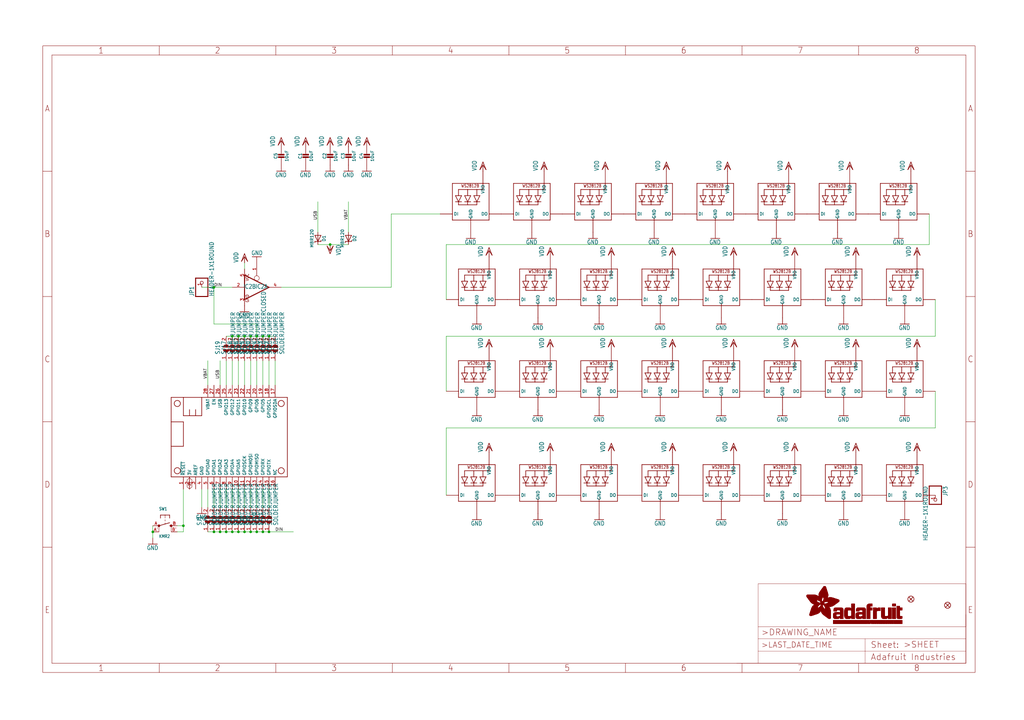
<source format=kicad_sch>
(kicad_sch (version 20211123) (generator eeschema)
  (paper "User" 425.45 299.161)
  (lib_symbols
    (symbol "eagleSchem-eagle-import:741G125DBV"
      (property "Reference" "IC" (at -0.635 -0.635 0))
      (symbol "741G125DBV_1_0"
        (pin input line (at 0 10.16 270) (length 5.08) (name "OE") (number "1"))
        (pin input line (at -10.16 0 0) (length 5.08) (name "I") (number "2"))
        (pin tri_state line (at 10.16 0 180) (length 5.08) (name "O") (number "4"))
      )
      (symbol "741G125DBV_2_0"
        (text "GND" (at 1.905 -6.35 900) (effects (font (size 1.27 1.0795)) (justify left bottom)))
        (text "VCC" (at 1.905 2.54 900) (effects (font (size 1.27 1.0795)) (justify left bottom)))
        (pin power_in line (at 0 -7.62 90) (length 5.08) (name "GND") (number "3"))
        (pin power_in line (at 0 7.62 270) (length 5.08) (name "VCC") (number "5"))
      )
    )
    (symbol "eagleSchem-eagle-import:CAP_CERAMIC0805-NOOUTLINE"
      (property "Reference" "C" (at -2.29 1.25 90))
      (property "Value" "CAP_CERAMIC0805-NOOUTLINE" (at 2.3 1.25 90))
      (symbol "CAP_CERAMIC0805-NOOUTLINE_1_0"
        (pin passive line (at 0 5.08 270) (length 2.54) (name "1") (number "1"))
        (pin passive line (at 0 -2.54 90) (length 2.54) (name "2") (number "2"))
      )
    )
    (symbol "eagleSchem-eagle-import:DIODE-SCHOTTKYSOD-123"
      (property "Reference" "D" (at 0 2.54 0))
      (property "Value" "DIODE-SCHOTTKYSOD-123" (at 0 -2.5 0))
      (symbol "DIODE-SCHOTTKYSOD-123_1_0"
        (pin passive line (at -2.54 0 0) (length 2.54) (name "A") (number "A"))
        (pin passive line (at 2.54 0 180) (length 2.54) (name "C") (number "C"))
      )
    )
    (symbol "eagleSchem-eagle-import:FEATHERWING"
      (symbol "FEATHERWING_1_0"
        (pin input line (at 5.08 -5.08 90) (length 5.08) (name "~{RESET}") (number "1"))
        (pin bidirectional line (at 27.94 -5.08 90) (length 5.08) (name "GPIOA5") (number "10"))
        (pin bidirectional line (at 30.48 -5.08 90) (length 5.08) (name "GPIOSCK") (number "11"))
        (pin bidirectional line (at 33.02 -5.08 90) (length 5.08) (name "GPIOMOSI") (number "12"))
        (pin bidirectional line (at 35.56 -5.08 90) (length 5.08) (name "GPIOMISO") (number "13"))
        (pin bidirectional line (at 38.1 -5.08 90) (length 5.08) (name "GPIORX") (number "14"))
        (pin bidirectional line (at 40.64 -5.08 90) (length 5.08) (name "GPIOTX") (number "15"))
        (pin passive line (at 43.18 -5.08 90) (length 5.08) (name "NC") (number "16"))
        (pin bidirectional line (at 43.18 38.1 270) (length 5.08) (name "GPIOSDA") (number "17"))
        (pin bidirectional line (at 40.64 38.1 270) (length 5.08) (name "GPIOSCL") (number "18"))
        (pin bidirectional line (at 38.1 38.1 270) (length 5.08) (name "GPIO5") (number "19"))
        (pin power_in line (at 7.62 -5.08 90) (length 5.08) (name "3V") (number "2"))
        (pin bidirectional line (at 35.56 38.1 270) (length 5.08) (name "GPIO6") (number "20"))
        (pin bidirectional line (at 33.02 38.1 270) (length 5.08) (name "GPIO9") (number "21"))
        (pin bidirectional line (at 30.48 38.1 270) (length 5.08) (name "GPIO10") (number "22"))
        (pin bidirectional line (at 27.94 38.1 270) (length 5.08) (name "GPIO11") (number "23"))
        (pin bidirectional line (at 25.4 38.1 270) (length 5.08) (name "GPIO12") (number "24"))
        (pin bidirectional line (at 22.86 38.1 270) (length 5.08) (name "GPIO13") (number "25"))
        (pin power_in line (at 20.32 38.1 270) (length 5.08) (name "USB") (number "26"))
        (pin passive line (at 17.78 38.1 270) (length 5.08) (name "EN") (number "27"))
        (pin power_in line (at 15.24 38.1 270) (length 5.08) (name "VBAT") (number "28"))
        (pin passive line (at 10.16 -5.08 90) (length 5.08) (name "AREF") (number "3"))
        (pin power_in line (at 12.7 -5.08 90) (length 5.08) (name "GND") (number "4"))
        (pin bidirectional line (at 15.24 -5.08 90) (length 5.08) (name "GPIOA0") (number "5"))
        (pin bidirectional line (at 17.78 -5.08 90) (length 5.08) (name "GPIOA1") (number "6"))
        (pin bidirectional line (at 20.32 -5.08 90) (length 5.08) (name "GPIOA2") (number "7"))
        (pin bidirectional line (at 22.86 -5.08 90) (length 5.08) (name "GPIOA3") (number "8"))
        (pin bidirectional line (at 25.4 -5.08 90) (length 5.08) (name "GPIOA4") (number "9"))
      )
    )
    (symbol "eagleSchem-eagle-import:FIDUCIAL{dblquote}{dblquote}")
    (symbol "eagleSchem-eagle-import:FRAME_A3_ADAFRUIT"
      (symbol "FRAME_A3_ADAFRUIT_0_0"
        (text "1" (at 24.2094 1.905 0) (effects (font (size 2.54 2.286))))
        (text "1" (at 24.2094 258.445 0) (effects (font (size 2.54 2.286))))
        (text "2" (at 72.6281 1.905 0) (effects (font (size 2.54 2.286))))
        (text "2" (at 72.6281 258.445 0) (effects (font (size 2.54 2.286))))
        (text "3" (at 121.0469 1.905 0) (effects (font (size 2.54 2.286))))
        (text "3" (at 121.0469 258.445 0) (effects (font (size 2.54 2.286))))
        (text "4" (at 169.4656 1.905 0) (effects (font (size 2.54 2.286))))
        (text "4" (at 169.4656 258.445 0) (effects (font (size 2.54 2.286))))
        (text "5" (at 217.8844 1.905 0) (effects (font (size 2.54 2.286))))
        (text "5" (at 217.8844 258.445 0) (effects (font (size 2.54 2.286))))
        (text "6" (at 266.3031 1.905 0) (effects (font (size 2.54 2.286))))
        (text "6" (at 266.3031 258.445 0) (effects (font (size 2.54 2.286))))
        (text "7" (at 314.7219 1.905 0) (effects (font (size 2.54 2.286))))
        (text "7" (at 314.7219 258.445 0) (effects (font (size 2.54 2.286))))
        (text "8" (at 363.1406 1.905 0) (effects (font (size 2.54 2.286))))
        (text "8" (at 363.1406 258.445 0) (effects (font (size 2.54 2.286))))
        (text "A" (at 1.905 234.315 0) (effects (font (size 2.54 2.286))))
        (text "A" (at 385.445 234.315 0) (effects (font (size 2.54 2.286))))
        (text "B" (at 1.905 182.245 0) (effects (font (size 2.54 2.286))))
        (text "B" (at 385.445 182.245 0) (effects (font (size 2.54 2.286))))
        (text "C" (at 1.905 130.175 0) (effects (font (size 2.54 2.286))))
        (text "C" (at 385.445 130.175 0) (effects (font (size 2.54 2.286))))
        (text "D" (at 1.905 78.105 0) (effects (font (size 2.54 2.286))))
        (text "D" (at 385.445 78.105 0) (effects (font (size 2.54 2.286))))
        (text "E" (at 1.905 26.035 0) (effects (font (size 2.54 2.286))))
        (text "E" (at 385.445 26.035 0) (effects (font (size 2.54 2.286))))
      )
      (symbol "FRAME_A3_ADAFRUIT_1_0"
        (text ">DRAWING_NAME" (at 298.45 15.24 0) (effects (font (size 2.54 2.54)) (justify left bottom)))
        (text ">LAST_DATE_TIME" (at 298.45 10.16 0) (effects (font (size 2.286 2.286)) (justify left bottom)))
        (text ">SHEET" (at 357.505 10.16 0) (effects (font (size 2.54 2.54)) (justify left bottom)))
        (text "Adafruit Industries" (at 343.916 4.953 0) (effects (font (size 2.54 2.54)) (justify left bottom)))
        (text "Sheet:" (at 343.916 10.033 0) (effects (font (size 2.54 2.54)) (justify left bottom)))
      )
    )
    (symbol "eagleSchem-eagle-import:GND" (power)
      (property "Value" "GND" (at -2.54 -2.54 0))
      (symbol "GND_1_0"
        (pin power_in line (at 0 2.54 270) (length 2.54) (name "GND") (number "1"))
      )
    )
    (symbol "eagleSchem-eagle-import:HEADER-1X1ROUND"
      (property "Reference" "JP" (at -6.35 3.175 0))
      (property "Value" "HEADER-1X1ROUND" (at -6.35 -5.08 0))
      (symbol "HEADER-1X1ROUND_1_0"
        (pin passive inverted (at -2.54 0 0) (length 2.54) (name "1") (number "1"))
      )
    )
    (symbol "eagleSchem-eagle-import:SOLDERJUMPER"
      (property "Reference" "SJ" (at -2.54 2.54 0))
      (property "Value" "SOLDERJUMPER" (at -2.54 -3.81 0))
      (symbol "SOLDERJUMPER_1_0"
        (pin passive line (at -5.08 0 0) (length 2.54) (name "1") (number "1"))
        (pin passive line (at 5.08 0 180) (length 2.54) (name "2") (number "2"))
      )
    )
    (symbol "eagleSchem-eagle-import:SOLDERJUMPERCLOSED"
      (property "Reference" "SJ" (at -2.54 2.54 0))
      (property "Value" "SOLDERJUMPERCLOSED" (at -2.54 -3.81 0))
      (symbol "SOLDERJUMPERCLOSED_1_0"
        (pin passive line (at -5.08 0 0) (length 2.54) (name "1") (number "1"))
        (pin passive line (at 5.08 0 180) (length 2.54) (name "2") (number "2"))
      )
    )
    (symbol "eagleSchem-eagle-import:SWITCH_TACT_SMT4.6X2.8"
      (property "Reference" "SW" (at -2.54 6.35 0))
      (property "Value" "SWITCH_TACT_SMT4.6X2.8" (at -2.54 -5.08 0))
      (symbol "SWITCH_TACT_SMT4.6X2.8_1_0"
        (pin passive line (at -5.08 0 0) (length 2.54) (name "P") (number "A"))
        (pin passive line (at -5.08 -2.54 0) (length 2.54) (name "P1") (number "A'"))
        (pin passive line (at 5.08 0 180) (length 2.54) (name "S") (number "B"))
        (pin passive line (at 5.08 -2.54 180) (length 2.54) (name "S1") (number "B'"))
      )
    )
    (symbol "eagleSchem-eagle-import:VDD" (power)
      (property "Value" "VDD" (at -2.54 -2.54 90))
      (symbol "VDD_1_0"
        (pin power_in line (at 0 -2.54 90) (length 2.54) (name "VDD") (number "1"))
      )
    )
    (symbol "eagleSchem-eagle-import:WS2812B3535"
      (symbol "WS2812B3535_1_0"
        (text "WS2812B" (at -4.064 8.382 0) (effects (font (size 1.27 1.0795)) (justify left bottom)))
        (pin input line (at -12.7 -2.54 0) (length 5.08) (name "DI") (number "1"))
        (pin power_in line (at 5.08 15.24 270) (length 5.08) (name "VDD") (number "2"))
        (pin output line (at 12.7 -2.54 180) (length 5.08) (name "DO") (number "3"))
        (pin power_in line (at 0 -10.16 90) (length 5.08) (name "GND") (number "4"))
      )
    )
  )
  (junction (at 106.68 220.98))
  (junction (at 96.52 139.7))
  (junction (at 101.6 139.7))
  (junction (at 91.44 220.98))
  (junction (at 93.98 220.98))
  (junction (at 96.52 220.98))
  (junction (at 106.68 139.7))
  (junction (at 63.5 220.98))
  (junction (at 88.9 220.98))
  (junction (at 104.14 220.98))
  (junction (at 99.06 139.7))
  (junction (at 101.6 220.98))
  (junction (at 111.76 220.98))
  (junction (at 111.76 139.7))
  (junction (at 109.22 139.7))
  (junction (at 76.2 218.44))
  (junction (at 109.22 220.98))
  (junction (at 99.06 220.98))
  (junction (at 88.9 119.38))
  (junction (at 104.14 139.7))
  (junction (at 137.16 101.6))
  (wire (pts (xy 101.6 139.7) (xy 104.14 139.7)))
  (wire (pts (xy 185.42 124.46) (xy 185.42 101.6)))
  (wire (pts (xy 96.52 210.82) (xy 96.52 203.2)))
  (wire (pts (xy 86.36 149.86) (xy 86.36 160.02)))
  (wire (pts (xy 86.36 220.98) (xy 88.9 220.98)))
  (wire (pts (xy 185.42 205.74) (xy 185.42 177.8)))
  (wire (pts (xy 93.98 210.82) (xy 93.98 203.2)))
  (wire (pts (xy 88.9 119.38) (xy 96.52 119.38)))
  (wire (pts (xy 91.44 210.82) (xy 91.44 203.2)))
  (wire (pts (xy 93.98 139.7) (xy 96.52 139.7)))
  (wire (pts (xy 63.5 220.98) (xy 63.5 223.52)))
  (wire (pts (xy 116.84 119.38) (xy 162.56 119.38)))
  (wire (pts (xy 132.08 96.52) (xy 132.08 83.82)))
  (wire (pts (xy 76.2 220.98) (xy 73.66 220.98)))
  (wire (pts (xy 109.22 139.7) (xy 111.76 139.7)))
  (wire (pts (xy 88.9 220.98) (xy 91.44 220.98)))
  (wire (pts (xy 388.62 177.8) (xy 388.62 162.56)))
  (wire (pts (xy 111.76 220.98) (xy 121.92 220.98)))
  (wire (pts (xy 101.6 149.86) (xy 101.6 160.02)))
  (wire (pts (xy 111.76 139.7) (xy 114.3 139.7)))
  (wire (pts (xy 185.42 101.6) (xy 386.08 101.6)))
  (wire (pts (xy 88.9 210.82) (xy 88.9 203.2)))
  (wire (pts (xy 93.98 220.98) (xy 96.52 220.98)))
  (wire (pts (xy 132.08 101.6) (xy 137.16 101.6)))
  (wire (pts (xy 109.22 149.86) (xy 109.22 160.02)))
  (wire (pts (xy 96.52 220.98) (xy 99.06 220.98)))
  (wire (pts (xy 91.44 149.86) (xy 91.44 160.02)))
  (wire (pts (xy 106.68 210.82) (xy 106.68 203.2)))
  (wire (pts (xy 106.68 139.7) (xy 109.22 139.7)))
  (wire (pts (xy 83.82 119.38) (xy 88.9 119.38)))
  (wire (pts (xy 96.52 139.7) (xy 99.06 139.7)))
  (wire (pts (xy 101.6 210.82) (xy 101.6 203.2)))
  (wire (pts (xy 86.36 210.82) (xy 86.36 203.2)))
  (wire (pts (xy 114.3 149.86) (xy 114.3 160.02)))
  (wire (pts (xy 104.14 139.7) (xy 106.68 139.7)))
  (wire (pts (xy 111.76 210.82) (xy 111.76 203.2)))
  (wire (pts (xy 388.62 139.7) (xy 388.62 124.46)))
  (wire (pts (xy 99.06 139.7) (xy 101.6 139.7)))
  (wire (pts (xy 106.68 220.98) (xy 109.22 220.98)))
  (wire (pts (xy 144.78 96.52) (xy 144.78 83.82)))
  (wire (pts (xy 99.06 220.98) (xy 101.6 220.98)))
  (wire (pts (xy 137.16 101.6) (xy 144.78 101.6)))
  (wire (pts (xy 162.56 88.9) (xy 182.88 88.9)))
  (wire (pts (xy 104.14 210.82) (xy 104.14 203.2)))
  (wire (pts (xy 63.5 218.44) (xy 63.5 220.98)))
  (wire (pts (xy 76.2 218.44) (xy 76.2 220.98)))
  (wire (pts (xy 185.42 139.7) (xy 388.62 139.7)))
  (wire (pts (xy 88.9 134.62) (xy 88.9 119.38)))
  (wire (pts (xy 106.68 139.7) (xy 106.68 134.62)))
  (wire (pts (xy 96.52 149.86) (xy 96.52 160.02)))
  (wire (pts (xy 111.76 149.86) (xy 111.76 160.02)))
  (wire (pts (xy 106.68 149.86) (xy 106.68 160.02)))
  (wire (pts (xy 76.2 203.2) (xy 76.2 218.44)))
  (wire (pts (xy 93.98 149.86) (xy 93.98 160.02)))
  (wire (pts (xy 185.42 177.8) (xy 388.62 177.8)))
  (wire (pts (xy 162.56 119.38) (xy 162.56 88.9)))
  (wire (pts (xy 99.06 210.82) (xy 99.06 203.2)))
  (wire (pts (xy 104.14 220.98) (xy 106.68 220.98)))
  (wire (pts (xy 83.82 210.82) (xy 83.82 203.2)))
  (wire (pts (xy 101.6 111.76) (xy 101.6 109.22)))
  (wire (pts (xy 185.42 162.56) (xy 185.42 139.7)))
  (wire (pts (xy 91.44 220.98) (xy 93.98 220.98)))
  (wire (pts (xy 73.66 218.44) (xy 76.2 218.44)))
  (wire (pts (xy 386.08 101.6) (xy 386.08 88.9)))
  (wire (pts (xy 109.22 210.82) (xy 109.22 203.2)))
  (wire (pts (xy 101.6 220.98) (xy 104.14 220.98)))
  (wire (pts (xy 106.68 134.62) (xy 88.9 134.62)))
  (wire (pts (xy 99.06 149.86) (xy 99.06 160.02)))
  (wire (pts (xy 104.14 149.86) (xy 104.14 160.02)))
  (wire (pts (xy 109.22 220.98) (xy 111.76 220.98)))
  (label "VBAT" (at 144.78 91.44 90) (effects (font (size 1.2446 1.2446))))
  (label "USB" (at 91.44 157.48 90) (effects (font (size 1.2446 1.2446))))
  (label "USB" (at 132.08 91.44 90) (effects (font (size 1.2446 1.2446))))
  (label "DIN" (at 114.3 220.98 0) (effects (font (size 1.2446 1.2446))))
  (label "DIN" (at 88.9 119.38 0) (effects (font (size 1.2446 1.2446))))
  (label "VBAT" (at 86.36 157.48 90) (effects (font (size 1.2446 1.2446))))
  (global_label "3V" (shape bidirectional) (at 78.74 203.2 90) (effects (font (size 1.016 1.016))) (property "Intersheet References" "${INTERSHEET_REFS}" (effects hide)))
  (symbol (lib_id "eagleSchem-eagle-import:VDD") (at 330.2 104.14 0) (unit 1)
    (property "Reference" "#VDD18" (effects hide))
    (property "Value" "VDD" (at 327.66 106.68 90) (effects (font (size 1.778 1.5113)) (justify left bottom)))
    (property "Footprint" "eagleSchem:" (effects hide))
  )
  (symbol (lib_id "eagleSchem-eagle-import:WS2812B3535") (at 375.92 160.02 0) (unit 1)
    (property "Reference" "LED30" (effects hide))
    (property "Value" "WS2812B3535" (effects hide))
    (property "Footprint" "eagleSchem:LED3535" (effects hide))
  )
  (symbol (lib_id "eagleSchem-eagle-import:SOLDERJUMPER") (at 111.76 144.78 90) (unit 1)
    (property "Reference" "SJ13" (at 109.22 147.32 0) (effects (font (size 1.778 1.5113)) (justify left bottom)))
    (property "Value" "SOLDERJUMPER" (at 115.57 147.32 0) (effects (font (size 1.778 1.5113)) (justify left bottom)))
    (property "Footprint" "eagleSchem:SOLDERJUMPER_ARROW_NOPASTE" (effects hide))
  )
  (symbol (lib_id "eagleSchem-eagle-import:WS2812B3535") (at 322.58 86.36 0) (unit 1)
    (property "Reference" "LED6" (effects hide))
    (property "Value" "WS2812B3535" (effects hide))
    (property "Footprint" "eagleSchem:LED3535" (effects hide))
  )
  (symbol (lib_id "eagleSchem-eagle-import:SOLDERJUMPER") (at 101.6 144.78 90) (unit 1)
    (property "Reference" "SJ16" (at 99.06 147.32 0) (effects (font (size 1.778 1.5113)) (justify left bottom)))
    (property "Value" "SOLDERJUMPER" (at 105.41 147.32 0) (effects (font (size 1.778 1.5113)) (justify left bottom)))
    (property "Footprint" "eagleSchem:SOLDERJUMPER_ARROW_NOPASTE" (effects hide))
  )
  (symbol (lib_id "eagleSchem-eagle-import:741G125DBV") (at 101.6 119.38 0) (unit 2)
    (property "Reference" "IC2" (at 100.965 120.015 0) (effects (font (size 1.778 1.5113)) (justify left bottom)))
    (property "Value" "74AHCT1G125DBV" (effects hide))
    (property "Footprint" "eagleSchem:SOT23-5" (effects hide))
  )
  (symbol (lib_id "eagleSchem-eagle-import:VDD") (at 203.2 142.24 0) (unit 1)
    (property "Reference" "#VDD24" (effects hide))
    (property "Value" "VDD" (at 200.66 144.78 90) (effects (font (size 1.778 1.5113)) (justify left bottom)))
    (property "Footprint" "eagleSchem:" (effects hide))
  )
  (symbol (lib_id "eagleSchem-eagle-import:VDD") (at 228.6 104.14 0) (unit 1)
    (property "Reference" "#VDD22" (effects hide))
    (property "Value" "VDD" (at 226.06 106.68 90) (effects (font (size 1.778 1.5113)) (justify left bottom)))
    (property "Footprint" "eagleSchem:" (effects hide))
  )
  (symbol (lib_id "eagleSchem-eagle-import:SOLDERJUMPER") (at 106.68 215.9 90) (unit 1)
    (property "Reference" "SJ9" (at 104.14 218.44 0) (effects (font (size 1.778 1.5113)) (justify left bottom)))
    (property "Value" "SOLDERJUMPER" (at 110.49 218.44 0) (effects (font (size 1.778 1.5113)) (justify left bottom)))
    (property "Footprint" "eagleSchem:SOLDERJUMPER_ARROW_NOPASTE" (effects hide))
  )
  (symbol (lib_id "eagleSchem-eagle-import:GND") (at 375.92 172.72 0) (unit 1)
    (property "Reference" "#GND33" (effects hide))
    (property "Value" "GND" (at 373.38 175.26 0) (effects (font (size 1.778 1.5113)) (justify left bottom)))
    (property "Footprint" "eagleSchem:" (effects hide))
  )
  (symbol (lib_id "eagleSchem-eagle-import:SOLDERJUMPER") (at 109.22 144.78 90) (unit 1)
    (property "Reference" "SJ14" (at 106.68 147.32 0) (effects (font (size 1.778 1.5113)) (justify left bottom)))
    (property "Value" "SOLDERJUMPER" (at 113.03 147.32 0) (effects (font (size 1.778 1.5113)) (justify left bottom)))
    (property "Footprint" "eagleSchem:SOLDERJUMPER_ARROW_NOPASTE" (effects hide))
  )
  (symbol (lib_id "eagleSchem-eagle-import:SOLDERJUMPER") (at 109.22 215.9 90) (unit 1)
    (property "Reference" "SJ10" (at 106.68 218.44 0) (effects (font (size 1.778 1.5113)) (justify left bottom)))
    (property "Value" "SOLDERJUMPER" (at 113.03 218.44 0) (effects (font (size 1.778 1.5113)) (justify left bottom)))
    (property "Footprint" "eagleSchem:SOLDERJUMPER_ARROW_NOPASTE" (effects hide))
  )
  (symbol (lib_id "eagleSchem-eagle-import:VDD") (at 330.2 185.42 0) (unit 1)
    (property "Reference" "#VDD37" (effects hide))
    (property "Value" "VDD" (at 327.66 187.96 90) (effects (font (size 1.778 1.5113)) (justify left bottom)))
    (property "Footprint" "eagleSchem:" (effects hide))
  )
  (symbol (lib_id "eagleSchem-eagle-import:VDD") (at 353.06 68.58 0) (unit 1)
    (property "Reference" "#VDD14" (effects hide))
    (property "Value" "VDD" (at 350.52 71.12 90) (effects (font (size 1.778 1.5113)) (justify left bottom)))
    (property "Footprint" "eagleSchem:" (effects hide))
  )
  (symbol (lib_id "eagleSchem-eagle-import:GND") (at 375.92 215.9 0) (unit 1)
    (property "Reference" "#GND41" (effects hide))
    (property "Value" "GND" (at 373.38 218.44 0) (effects (font (size 1.778 1.5113)) (justify left bottom)))
    (property "Footprint" "eagleSchem:" (effects hide))
  )
  (symbol (lib_id "eagleSchem-eagle-import:VDD") (at 144.78 58.42 0) (unit 1)
    (property "Reference" "#VDD5" (effects hide))
    (property "Value" "VDD" (at 142.24 60.96 90) (effects (font (size 1.778 1.5113)) (justify left bottom)))
    (property "Footprint" "eagleSchem:" (effects hide))
  )
  (symbol (lib_id "eagleSchem-eagle-import:WS2812B3535") (at 198.12 160.02 0) (unit 1)
    (property "Reference" "LED13" (effects hide))
    (property "Value" "WS2812B3535" (effects hide))
    (property "Footprint" "eagleSchem:LED3535" (effects hide))
  )
  (symbol (lib_id "eagleSchem-eagle-import:VDD") (at 327.66 68.58 0) (unit 1)
    (property "Reference" "#VDD13" (effects hide))
    (property "Value" "VDD" (at 325.12 71.12 90) (effects (font (size 1.778 1.5113)) (justify left bottom)))
    (property "Footprint" "eagleSchem:" (effects hide))
  )
  (symbol (lib_id "eagleSchem-eagle-import:WS2812B3535") (at 373.38 86.36 0) (unit 1)
    (property "Reference" "LED26" (effects hide))
    (property "Value" "WS2812B3535" (effects hide))
    (property "Footprint" "eagleSchem:LED3535" (effects hide))
  )
  (symbol (lib_id "eagleSchem-eagle-import:GND") (at 101.6 129.54 0) (unit 1)
    (property "Reference" "#GND1" (effects hide))
    (property "Value" "GND" (at 99.06 132.08 0) (effects (font (size 1.778 1.5113)) (justify left bottom)))
    (property "Footprint" "eagleSchem:" (effects hide))
  )
  (symbol (lib_id "eagleSchem-eagle-import:CAP_CERAMIC0805-NOOUTLINE") (at 116.84 66.04 0) (unit 1)
    (property "Reference" "C5" (at 114.55 64.79 90))
    (property "Value" "10uF" (at 119.14 64.79 90))
    (property "Footprint" "eagleSchem:0805-NO" (effects hide))
  )
  (symbol (lib_id "eagleSchem-eagle-import:GND") (at 274.32 134.62 0) (unit 1)
    (property "Reference" "#GND22" (effects hide))
    (property "Value" "GND" (at 271.78 137.16 0) (effects (font (size 1.778 1.5113)) (justify left bottom)))
    (property "Footprint" "eagleSchem:" (effects hide))
  )
  (symbol (lib_id "eagleSchem-eagle-import:WS2812B3535") (at 297.18 86.36 0) (unit 1)
    (property "Reference" "LED5" (effects hide))
    (property "Value" "WS2812B3535" (effects hide))
    (property "Footprint" "eagleSchem:LED3535" (effects hide))
  )
  (symbol (lib_id "eagleSchem-eagle-import:VDD") (at 101.6 106.68 0) (unit 1)
    (property "Reference" "#VDD2" (effects hide))
    (property "Value" "VDD" (at 99.06 109.22 90) (effects (font (size 1.778 1.5113)) (justify left bottom)))
    (property "Footprint" "eagleSchem:" (effects hide))
  )
  (symbol (lib_id "eagleSchem-eagle-import:VDD") (at 378.46 68.58 0) (unit 1)
    (property "Reference" "#VDD15" (effects hide))
    (property "Value" "VDD" (at 375.92 71.12 90) (effects (font (size 1.778 1.5113)) (justify left bottom)))
    (property "Footprint" "eagleSchem:" (effects hide))
  )
  (symbol (lib_id "eagleSchem-eagle-import:WS2812B3535") (at 223.52 121.92 0) (unit 1)
    (property "Reference" "LED8" (effects hide))
    (property "Value" "WS2812B3535" (effects hide))
    (property "Footprint" "eagleSchem:LED3535" (effects hide))
  )
  (symbol (lib_id "eagleSchem-eagle-import:WS2812B3535") (at 347.98 86.36 0) (unit 1)
    (property "Reference" "LED25" (effects hide))
    (property "Value" "WS2812B3535" (effects hide))
    (property "Footprint" "eagleSchem:LED3535" (effects hide))
  )
  (symbol (lib_id "eagleSchem-eagle-import:WS2812B3535") (at 299.72 203.2 0) (unit 1)
    (property "Reference" "LED23" (effects hide))
    (property "Value" "WS2812B3535" (effects hide))
    (property "Footprint" "eagleSchem:LED3535" (effects hide))
  )
  (symbol (lib_id "eagleSchem-eagle-import:GND") (at 325.12 172.72 0) (unit 1)
    (property "Reference" "#GND31" (effects hide))
    (property "Value" "GND" (at 322.58 175.26 0) (effects (font (size 1.778 1.5113)) (justify left bottom)))
    (property "Footprint" "eagleSchem:" (effects hide))
  )
  (symbol (lib_id "eagleSchem-eagle-import:WS2812B3535") (at 246.38 86.36 0) (unit 1)
    (property "Reference" "LED3" (effects hide))
    (property "Value" "WS2812B3535" (effects hide))
    (property "Footprint" "eagleSchem:LED3535" (effects hide))
  )
  (symbol (lib_id "eagleSchem-eagle-import:GND") (at 375.92 134.62 0) (unit 1)
    (property "Reference" "#GND18" (effects hide))
    (property "Value" "GND" (at 373.38 137.16 0) (effects (font (size 1.778 1.5113)) (justify left bottom)))
    (property "Footprint" "eagleSchem:" (effects hide))
  )
  (symbol (lib_id "eagleSchem-eagle-import:GND") (at 248.92 172.72 0) (unit 1)
    (property "Reference" "#GND28" (effects hide))
    (property "Value" "GND" (at 246.38 175.26 0) (effects (font (size 1.778 1.5113)) (justify left bottom)))
    (property "Footprint" "eagleSchem:" (effects hide))
  )
  (symbol (lib_id "eagleSchem-eagle-import:SOLDERJUMPER") (at 93.98 215.9 90) (unit 1)
    (property "Reference" "SJ4" (at 91.44 218.44 0) (effects (font (size 1.778 1.5113)) (justify left bottom)))
    (property "Value" "SOLDERJUMPER" (at 97.79 218.44 0) (effects (font (size 1.778 1.5113)) (justify left bottom)))
    (property "Footprint" "eagleSchem:SOLDERJUMPER_ARROW_NOPASTE" (effects hide))
  )
  (symbol (lib_id "eagleSchem-eagle-import:WS2812B3535") (at 274.32 203.2 0) (unit 1)
    (property "Reference" "LED22" (effects hide))
    (property "Value" "WS2812B3535" (effects hide))
    (property "Footprint" "eagleSchem:LED3535" (effects hide))
  )
  (symbol (lib_id "eagleSchem-eagle-import:WS2812B3535") (at 375.92 203.2 0) (unit 1)
    (property "Reference" "LED32" (effects hide))
    (property "Value" "WS2812B3535" (effects hide))
    (property "Footprint" "eagleSchem:LED3535" (effects hide))
  )
  (symbol (lib_id "eagleSchem-eagle-import:GND") (at 144.78 71.12 0) (unit 1)
    (property "Reference" "#GND5" (effects hide))
    (property "Value" "GND" (at 142.24 73.66 0) (effects (font (size 1.778 1.5113)) (justify left bottom)))
    (property "Footprint" "eagleSchem:" (effects hide))
  )
  (symbol (lib_id "eagleSchem-eagle-import:WS2812B3535") (at 350.52 203.2 0) (unit 1)
    (property "Reference" "LED31" (effects hide))
    (property "Value" "WS2812B3535" (effects hide))
    (property "Footprint" "eagleSchem:LED3535" (effects hide))
  )
  (symbol (lib_id "eagleSchem-eagle-import:VDD") (at 127 58.42 0) (unit 1)
    (property "Reference" "#VDD3" (effects hide))
    (property "Value" "VDD" (at 124.46 60.96 90) (effects (font (size 1.778 1.5113)) (justify left bottom)))
    (property "Footprint" "eagleSchem:" (effects hide))
  )
  (symbol (lib_id "eagleSchem-eagle-import:VDD") (at 276.86 68.58 0) (unit 1)
    (property "Reference" "#VDD11" (effects hide))
    (property "Value" "VDD" (at 274.32 71.12 90) (effects (font (size 1.778 1.5113)) (justify left bottom)))
    (property "Footprint" "eagleSchem:" (effects hide))
  )
  (symbol (lib_id "eagleSchem-eagle-import:GND") (at 274.32 215.9 0) (unit 1)
    (property "Reference" "#GND37" (effects hide))
    (property "Value" "GND" (at 271.78 218.44 0) (effects (font (size 1.778 1.5113)) (justify left bottom)))
    (property "Footprint" "eagleSchem:" (effects hide))
  )
  (symbol (lib_id "eagleSchem-eagle-import:FRAME_A3_ADAFRUIT") (at 17.78 279.4 0) (unit 1)
    (property "Reference" "#U$5" (effects hide))
    (property "Value" "FRAME_A3_ADAFRUIT" (effects hide))
    (property "Footprint" "eagleSchem:" (effects hide))
  )
  (symbol (lib_id "eagleSchem-eagle-import:VDD") (at 228.6 142.24 0) (unit 1)
    (property "Reference" "#VDD25" (effects hide))
    (property "Value" "VDD" (at 226.06 144.78 90) (effects (font (size 1.778 1.5113)) (justify left bottom)))
    (property "Footprint" "eagleSchem:" (effects hide))
  )
  (symbol (lib_id "eagleSchem-eagle-import:VDD") (at 203.2 185.42 0) (unit 1)
    (property "Reference" "#VDD32" (effects hide))
    (property "Value" "VDD" (at 200.66 187.96 90) (effects (font (size 1.778 1.5113)) (justify left bottom)))
    (property "Footprint" "eagleSchem:" (effects hide))
  )
  (symbol (lib_id "eagleSchem-eagle-import:VDD") (at 137.16 104.14 180) (unit 1)
    (property "Reference" "#VDD1" (effects hide))
    (property "Value" "VDD" (at 139.7 101.6 90) (effects (font (size 1.778 1.5113)) (justify left bottom)))
    (property "Footprint" "eagleSchem:" (effects hide))
  )
  (symbol (lib_id "eagleSchem-eagle-import:GND") (at 127 71.12 0) (unit 1)
    (property "Reference" "#GND7" (effects hide))
    (property "Value" "GND" (at 124.46 73.66 0) (effects (font (size 1.778 1.5113)) (justify left bottom)))
    (property "Footprint" "eagleSchem:" (effects hide))
  )
  (symbol (lib_id "eagleSchem-eagle-import:DIODE-SCHOTTKYSOD-123") (at 132.08 99.06 270) (unit 1)
    (property "Reference" "D1" (at 134.62 99.06 0))
    (property "Value" "MBR120" (at 129.58 99.06 0))
    (property "Footprint" "eagleSchem:SOD-123" (effects hide))
  )
  (symbol (lib_id "eagleSchem-eagle-import:VDD") (at 330.2 142.24 0) (unit 1)
    (property "Reference" "#VDD29" (effects hide))
    (property "Value" "VDD" (at 327.66 144.78 90) (effects (font (size 1.778 1.5113)) (justify left bottom)))
    (property "Footprint" "eagleSchem:" (effects hide))
  )
  (symbol (lib_id "eagleSchem-eagle-import:SOLDERJUMPER") (at 86.36 215.9 90) (unit 1)
    (property "Reference" "SJ1" (at 83.82 218.44 0) (effects (font (size 1.778 1.5113)) (justify left bottom)))
    (property "Value" "SOLDERJUMPER" (at 90.17 218.44 0) (effects (font (size 1.778 1.5113)) (justify left bottom)))
    (property "Footprint" "eagleSchem:SOLDERJUMPER_ARROW_NOPASTE" (effects hide))
  )
  (symbol (lib_id "eagleSchem-eagle-import:FEATHERWING") (at 71.12 198.12 0) (unit 1)
    (property "Reference" "MS1" (effects hide))
    (property "Value" "FEATHERWING" (effects hide))
    (property "Footprint" "eagleSchem:FEATHERWING" (effects hide))
  )
  (symbol (lib_id "eagleSchem-eagle-import:VDD") (at 116.84 58.42 0) (unit 1)
    (property "Reference" "#VDD7" (effects hide))
    (property "Value" "VDD" (at 114.3 60.96 90) (effects (font (size 1.778 1.5113)) (justify left bottom)))
    (property "Footprint" "eagleSchem:" (effects hide))
  )
  (symbol (lib_id "eagleSchem-eagle-import:WS2812B3535") (at 220.98 86.36 0) (unit 1)
    (property "Reference" "LED2" (effects hide))
    (property "Value" "WS2812B3535" (effects hide))
    (property "Footprint" "eagleSchem:LED3535" (effects hide))
  )
  (symbol (lib_id "eagleSchem-eagle-import:WS2812B3535") (at 375.92 121.92 0) (unit 1)
    (property "Reference" "LED28" (effects hide))
    (property "Value" "WS2812B3535" (effects hide))
    (property "Footprint" "eagleSchem:LED3535" (effects hide))
  )
  (symbol (lib_id "eagleSchem-eagle-import:WS2812B3535") (at 350.52 121.92 0) (unit 1)
    (property "Reference" "LED27" (effects hide))
    (property "Value" "WS2812B3535" (effects hide))
    (property "Footprint" "eagleSchem:LED3535" (effects hide))
  )
  (symbol (lib_id "eagleSchem-eagle-import:GND") (at 116.84 71.12 0) (unit 1)
    (property "Reference" "#GND9" (effects hide))
    (property "Value" "GND" (at 114.3 73.66 0) (effects (font (size 1.778 1.5113)) (justify left bottom)))
    (property "Footprint" "eagleSchem:" (effects hide))
  )
  (symbol (lib_id "eagleSchem-eagle-import:VDD") (at 228.6 185.42 0) (unit 1)
    (property "Reference" "#VDD33" (effects hide))
    (property "Value" "VDD" (at 226.06 187.96 90) (effects (font (size 1.778 1.5113)) (justify left bottom)))
    (property "Footprint" "eagleSchem:" (effects hide))
  )
  (symbol (lib_id "eagleSchem-eagle-import:GND") (at 198.12 134.62 0) (unit 1)
    (property "Reference" "#GND25" (effects hide))
    (property "Value" "GND" (at 195.58 137.16 0) (effects (font (size 1.778 1.5113)) (justify left bottom)))
    (property "Footprint" "eagleSchem:" (effects hide))
  )
  (symbol (lib_id "eagleSchem-eagle-import:VDD") (at 304.8 142.24 0) (unit 1)
    (property "Reference" "#VDD28" (effects hide))
    (property "Value" "VDD" (at 302.26 144.78 90) (effects (font (size 1.778 1.5113)) (justify left bottom)))
    (property "Footprint" "eagleSchem:" (effects hide))
  )
  (symbol (lib_id "eagleSchem-eagle-import:SOLDERJUMPER") (at 99.06 215.9 90) (unit 1)
    (property "Reference" "SJ6" (at 96.52 218.44 0) (effects (font (size 1.778 1.5113)) (justify left bottom)))
    (property "Value" "SOLDERJUMPER" (at 102.87 218.44 0) (effects (font (size 1.778 1.5113)) (justify left bottom)))
    (property "Footprint" "eagleSchem:SOLDERJUMPER_ARROW_NOPASTE" (effects hide))
  )
  (symbol (lib_id "eagleSchem-eagle-import:GND") (at 198.12 215.9 0) (unit 1)
    (property "Reference" "#GND34" (effects hide))
    (property "Value" "GND" (at 195.58 218.44 0) (effects (font (size 1.778 1.5113)) (justify left bottom)))
    (property "Footprint" "eagleSchem:" (effects hide))
  )
  (symbol (lib_id "eagleSchem-eagle-import:VDD") (at 203.2 104.14 0) (unit 1)
    (property "Reference" "#VDD23" (effects hide))
    (property "Value" "VDD" (at 200.66 106.68 90) (effects (font (size 1.778 1.5113)) (justify left bottom)))
    (property "Footprint" "eagleSchem:" (effects hide))
  )
  (symbol (lib_id "eagleSchem-eagle-import:WS2812B3535") (at 350.52 160.02 0) (unit 1)
    (property "Reference" "LED29" (effects hide))
    (property "Value" "WS2812B3535" (effects hide))
    (property "Footprint" "eagleSchem:LED3535" (effects hide))
  )
  (symbol (lib_id "eagleSchem-eagle-import:VDD") (at 279.4 185.42 0) (unit 1)
    (property "Reference" "#VDD35" (effects hide))
    (property "Value" "VDD" (at 276.86 187.96 90) (effects (font (size 1.778 1.5113)) (justify left bottom)))
    (property "Footprint" "eagleSchem:" (effects hide))
  )
  (symbol (lib_id "eagleSchem-eagle-import:GND") (at 248.92 134.62 0) (unit 1)
    (property "Reference" "#GND23" (effects hide))
    (property "Value" "GND" (at 246.38 137.16 0) (effects (font (size 1.778 1.5113)) (justify left bottom)))
    (property "Footprint" "eagleSchem:" (effects hide))
  )
  (symbol (lib_id "eagleSchem-eagle-import:VDD") (at 304.8 104.14 0) (unit 1)
    (property "Reference" "#VDD19" (effects hide))
    (property "Value" "VDD" (at 302.26 106.68 90) (effects (font (size 1.778 1.5113)) (justify left bottom)))
    (property "Footprint" "eagleSchem:" (effects hide))
  )
  (symbol (lib_id "eagleSchem-eagle-import:FIDUCIAL{dblquote}{dblquote}") (at 378.46 248.92 0) (unit 1)
    (property "Reference" "FID3" (effects hide))
    (property "Value" "FIDUCIAL{dblquote}{dblquote}" (effects hide))
    (property "Footprint" "eagleSchem:FIDUCIAL_1MM" (effects hide))
  )
  (symbol (lib_id "eagleSchem-eagle-import:SOLDERJUMPER") (at 104.14 144.78 90) (unit 1)
    (property "Reference" "SJ15" (at 101.6 147.32 0) (effects (font (size 1.778 1.5113)) (justify left bottom)))
    (property "Value" "SOLDERJUMPER" (at 107.95 147.32 0) (effects (font (size 1.778 1.5113)) (justify left bottom)))
    (property "Footprint" "eagleSchem:SOLDERJUMPER_ARROW_NOPASTE" (effects hide))
  )
  (symbol (lib_id "eagleSchem-eagle-import:WS2812B3535") (at 325.12 203.2 0) (unit 1)
    (property "Reference" "LED24" (effects hide))
    (property "Value" "WS2812B3535" (effects hide))
    (property "Footprint" "eagleSchem:LED3535" (effects hide))
  )
  (symbol (lib_id "eagleSchem-eagle-import:GND") (at 274.32 172.72 0) (unit 1)
    (property "Reference" "#GND29" (effects hide))
    (property "Value" "GND" (at 271.78 175.26 0) (effects (font (size 1.778 1.5113)) (justify left bottom)))
    (property "Footprint" "eagleSchem:" (effects hide))
  )
  (symbol (lib_id "eagleSchem-eagle-import:WS2812B3535") (at 195.58 86.36 0) (unit 1)
    (property "Reference" "LED1" (effects hide))
    (property "Value" "WS2812B3535" (effects hide))
    (property "Footprint" "eagleSchem:LED3535" (effects hide))
  )
  (symbol (lib_id "eagleSchem-eagle-import:GND") (at 83.82 213.36 0) (unit 1)
    (property "Reference" "#GND3" (effects hide))
    (property "Value" "GND" (at 81.28 215.9 0) (effects (font (size 1.778 1.5113)) (justify left bottom)))
    (property "Footprint" "eagleSchem:" (effects hide))
  )
  (symbol (lib_id "eagleSchem-eagle-import:GND") (at 350.52 134.62 0) (unit 1)
    (property "Reference" "#GND19" (effects hide))
    (property "Value" "GND" (at 347.98 137.16 0) (effects (font (size 1.778 1.5113)) (justify left bottom)))
    (property "Footprint" "eagleSchem:" (effects hide))
  )
  (symbol (lib_id "eagleSchem-eagle-import:WS2812B3535") (at 299.72 121.92 0) (unit 1)
    (property "Reference" "LED11" (effects hide))
    (property "Value" "WS2812B3535" (effects hide))
    (property "Footprint" "eagleSchem:LED3535" (effects hide))
  )
  (symbol (lib_id "eagleSchem-eagle-import:GND") (at 347.98 99.06 0) (unit 1)
    (property "Reference" "#GND16" (effects hide))
    (property "Value" "GND" (at 345.44 101.6 0) (effects (font (size 1.778 1.5113)) (justify left bottom)))
    (property "Footprint" "eagleSchem:" (effects hide))
  )
  (symbol (lib_id "eagleSchem-eagle-import:VDD") (at 254 185.42 0) (unit 1)
    (property "Reference" "#VDD34" (effects hide))
    (property "Value" "VDD" (at 251.46 187.96 90) (effects (font (size 1.778 1.5113)) (justify left bottom)))
    (property "Footprint" "eagleSchem:" (effects hide))
  )
  (symbol (lib_id "eagleSchem-eagle-import:SOLDERJUMPER") (at 99.06 144.78 90) (unit 1)
    (property "Reference" "SJ18" (at 96.52 147.32 0) (effects (font (size 1.778 1.5113)) (justify left bottom)))
    (property "Value" "SOLDERJUMPER" (at 102.87 147.32 0) (effects (font (size 1.778 1.5113)) (justify left bottom)))
    (property "Footprint" "eagleSchem:SOLDERJUMPER_ARROW_NOPASTE" (effects hide))
  )
  (symbol (lib_id "eagleSchem-eagle-import:SOLDERJUMPER") (at 91.44 215.9 90) (unit 1)
    (property "Reference" "SJ3" (at 88.9 218.44 0) (effects (font (size 1.778 1.5113)) (justify left bottom)))
    (property "Value" "SOLDERJUMPER" (at 95.25 218.44 0) (effects (font (size 1.778 1.5113)) (justify left bottom)))
    (property "Footprint" "eagleSchem:SOLDERJUMPER_ARROW_NOPASTE" (effects hide))
  )
  (symbol (lib_id "eagleSchem-eagle-import:WS2812B3535") (at 274.32 160.02 0) (unit 1)
    (property "Reference" "LED16" (effects hide))
    (property "Value" "WS2812B3535" (effects hide))
    (property "Footprint" "eagleSchem:LED3535" (effects hide))
  )
  (symbol (lib_id "eagleSchem-eagle-import:VDD") (at 254 104.14 0) (unit 1)
    (property "Reference" "#VDD21" (effects hide))
    (property "Value" "VDD" (at 251.46 106.68 90) (effects (font (size 1.778 1.5113)) (justify left bottom)))
    (property "Footprint" "eagleSchem:" (effects hide))
  )
  (symbol (lib_id "eagleSchem-eagle-import:WS2812B3535") (at 325.12 160.02 0) (unit 1)
    (property "Reference" "LED18" (effects hide))
    (property "Value" "WS2812B3535" (effects hide))
    (property "Footprint" "eagleSchem:LED3535" (effects hide))
  )
  (symbol (lib_id "eagleSchem-eagle-import:SWITCH_TACT_SMT4.6X2.8") (at 68.58 218.44 0) (unit 1)
    (property "Reference" "SW1" (at 66.04 212.09 0) (effects (font (size 1.27 1.0795)) (justify left bottom)))
    (property "Value" "KMR2" (at 66.04 223.52 0) (effects (font (size 1.27 1.0795)) (justify left bottom)))
    (property "Footprint" "eagleSchem:BTN_KMR2_4.6X2.8" (effects hide))
  )
  (symbol (lib_id "eagleSchem-eagle-import:VDD") (at 355.6 104.14 0) (unit 1)
    (property "Reference" "#VDD17" (effects hide))
    (property "Value" "VDD" (at 353.06 106.68 90) (effects (font (size 1.778 1.5113)) (justify left bottom)))
    (property "Footprint" "eagleSchem:" (effects hide))
  )
  (symbol (lib_id "eagleSchem-eagle-import:VDD") (at 381 142.24 0) (unit 1)
    (property "Reference" "#VDD31" (effects hide))
    (property "Value" "VDD" (at 378.46 144.78 90) (effects (font (size 1.778 1.5113)) (justify left bottom)))
    (property "Footprint" "eagleSchem:" (effects hide))
  )
  (symbol (lib_id "eagleSchem-eagle-import:VDD") (at 381 104.14 0) (unit 1)
    (property "Reference" "#VDD16" (effects hide))
    (property "Value" "VDD" (at 378.46 106.68 90) (effects (font (size 1.778 1.5113)) (justify left bottom)))
    (property "Footprint" "eagleSchem:" (effects hide))
  )
  (symbol (lib_id "eagleSchem-eagle-import:SOLDERJUMPER") (at 101.6 215.9 90) (unit 1)
    (property "Reference" "SJ7" (at 99.06 218.44 0) (effects (font (size 1.778 1.5113)) (justify left bottom)))
    (property "Value" "SOLDERJUMPER" (at 105.41 218.44 0) (effects (font (size 1.778 1.5113)) (justify left bottom)))
    (property "Footprint" "eagleSchem:SOLDERJUMPER_ARROW_NOPASTE" (effects hide))
  )
  (symbol (lib_id "eagleSchem-eagle-import:CAP_CERAMIC0805-NOOUTLINE") (at 152.4 66.04 0) (unit 1)
    (property "Reference" "C4" (at 150.11 64.79 90))
    (property "Value" "10uF" (at 154.7 64.79 90))
    (property "Footprint" "eagleSchem:0805-NO" (effects hide))
  )
  (symbol (lib_id "eagleSchem-eagle-import:WS2812B3535") (at 271.78 86.36 0) (unit 1)
    (property "Reference" "LED4" (effects hide))
    (property "Value" "WS2812B3535" (effects hide))
    (property "Footprint" "eagleSchem:LED3535" (effects hide))
  )
  (symbol (lib_id "eagleSchem-eagle-import:WS2812B3535") (at 274.32 121.92 0) (unit 1)
    (property "Reference" "LED10" (effects hide))
    (property "Value" "WS2812B3535" (effects hide))
    (property "Footprint" "eagleSchem:LED3535" (effects hide))
  )
  (symbol (lib_id "eagleSchem-eagle-import:GND") (at 246.38 99.06 0) (unit 1)
    (property "Reference" "#GND12" (effects hide))
    (property "Value" "GND" (at 243.84 101.6 0) (effects (font (size 1.778 1.5113)) (justify left bottom)))
    (property "Footprint" "eagleSchem:" (effects hide))
  )
  (symbol (lib_id "eagleSchem-eagle-import:GND") (at 297.18 99.06 0) (unit 1)
    (property "Reference" "#GND14" (effects hide))
    (property "Value" "GND" (at 294.64 101.6 0) (effects (font (size 1.778 1.5113)) (justify left bottom)))
    (property "Footprint" "eagleSchem:" (effects hide))
  )
  (symbol (lib_id "eagleSchem-eagle-import:SOLDERJUMPER") (at 111.76 215.9 90) (unit 1)
    (property "Reference" "SJ11" (at 109.22 218.44 0) (effects (font (size 1.778 1.5113)) (justify left bottom)))
    (property "Value" "SOLDERJUMPER" (at 115.57 218.44 0) (effects (font (size 1.778 1.5113)) (justify left bottom)))
    (property "Footprint" "eagleSchem:SOLDERJUMPER_ARROW_NOPASTE" (effects hide))
  )
  (symbol (lib_id "eagleSchem-eagle-import:HEADER-1X1ROUND") (at 83.82 116.84 90) (unit 1)
    (property "Reference" "JP1" (at 80.645 123.19 0) (effects (font (size 1.778 1.5113)) (justify left bottom)))
    (property "Value" "HEADER-1X1ROUND" (at 88.9 123.19 0) (effects (font (size 1.778 1.5113)) (justify left bottom)))
    (property "Footprint" "eagleSchem:1X01_ROUND" (effects hide))
  )
  (symbol (lib_id "eagleSchem-eagle-import:SOLDERJUMPER") (at 104.14 215.9 90) (unit 1)
    (property "Reference" "SJ8" (at 101.6 218.44 0) (effects (font (size 1.778 1.5113)) (justify left bottom)))
    (property "Value" "SOLDERJUMPER" (at 107.95 218.44 0) (effects (font (size 1.778 1.5113)) (justify left bottom)))
    (property "Footprint" "eagleSchem:SOLDERJUMPER_ARROW_NOPASTE" (effects hide))
  )
  (symbol (lib_id "eagleSchem-eagle-import:DIODE-SCHOTTKYSOD-123") (at 144.78 99.06 270) (unit 1)
    (property "Reference" "D2" (at 147.32 99.06 0))
    (property "Value" "MBR120" (at 142.28 99.06 0))
    (property "Footprint" "eagleSchem:SOD-123" (effects hide))
  )
  (symbol (lib_id "eagleSchem-eagle-import:WS2812B3535") (at 198.12 203.2 0) (unit 1)
    (property "Reference" "LED19" (effects hide))
    (property "Value" "WS2812B3535" (effects hide))
    (property "Footprint" "eagleSchem:LED3535" (effects hide))
  )
  (symbol (lib_id "eagleSchem-eagle-import:GND") (at 223.52 134.62 0) (unit 1)
    (property "Reference" "#GND24" (effects hide))
    (property "Value" "GND" (at 220.98 137.16 0) (effects (font (size 1.778 1.5113)) (justify left bottom)))
    (property "Footprint" "eagleSchem:" (effects hide))
  )
  (symbol (lib_id "eagleSchem-eagle-import:WS2812B3535") (at 248.92 121.92 0) (unit 1)
    (property "Reference" "LED9" (effects hide))
    (property "Value" "WS2812B3535" (effects hide))
    (property "Footprint" "eagleSchem:LED3535" (effects hide))
  )
  (symbol (lib_id "eagleSchem-eagle-import:VDD") (at 251.46 68.58 0) (unit 1)
    (property "Reference" "#VDD10" (effects hide))
    (property "Value" "VDD" (at 248.92 71.12 90) (effects (font (size 1.778 1.5113)) (justify left bottom)))
    (property "Footprint" "eagleSchem:" (effects hide))
  )
  (symbol (lib_id "eagleSchem-eagle-import:GND") (at 248.92 215.9 0) (unit 1)
    (property "Reference" "#GND36" (effects hide))
    (property "Value" "GND" (at 246.38 218.44 0) (effects (font (size 1.778 1.5113)) (justify left bottom)))
    (property "Footprint" "eagleSchem:" (effects hide))
  )
  (symbol (lib_id "eagleSchem-eagle-import:VDD") (at 302.26 68.58 0) (unit 1)
    (property "Reference" "#VDD12" (effects hide))
    (property "Value" "VDD" (at 299.72 71.12 90) (effects (font (size 1.778 1.5113)) (justify left bottom)))
    (property "Footprint" "eagleSchem:" (effects hide))
  )
  (symbol (lib_id "eagleSchem-eagle-import:WS2812B3535") (at 223.52 160.02 0) (unit 1)
    (property "Reference" "LED14" (effects hide))
    (property "Value" "WS2812B3535" (effects hide))
    (property "Footprint" "eagleSchem:LED3535" (effects hide))
  )
  (symbol (lib_id "eagleSchem-eagle-import:VDD") (at 137.16 58.42 0) (unit 1)
    (property "Reference" "#VDD4" (effects hide))
    (property "Value" "VDD" (at 134.62 60.96 90) (effects (font (size 1.778 1.5113)) (justify left bottom)))
    (property "Footprint" "eagleSchem:" (effects hide))
  )
  (symbol (lib_id "eagleSchem-eagle-import:WS2812B3535") (at 248.92 203.2 0) (unit 1)
    (property "Reference" "LED21" (effects hide))
    (property "Value" "WS2812B3535" (effects hide))
    (property "Footprint" "eagleSchem:LED3535" (effects hide))
  )
  (symbol (lib_id "eagleSchem-eagle-import:GND") (at 271.78 99.06 0) (unit 1)
    (property "Reference" "#GND13" (effects hide))
    (property "Value" "GND" (at 269.24 101.6 0) (effects (font (size 1.778 1.5113)) (justify left bottom)))
    (property "Footprint" "eagleSchem:" (effects hide))
  )
  (symbol (lib_id "eagleSchem-eagle-import:GND") (at 223.52 172.72 0) (unit 1)
    (property "Reference" "#GND27" (effects hide))
    (property "Value" "GND" (at 220.98 175.26 0) (effects (font (size 1.778 1.5113)) (justify left bottom)))
    (property "Footprint" "eagleSchem:" (effects hide))
  )
  (symbol (lib_id "eagleSchem-eagle-import:VDD") (at 226.06 68.58 0) (unit 1)
    (property "Reference" "#VDD9" (effects hide))
    (property "Value" "VDD" (at 223.52 71.12 90) (effects (font (size 1.778 1.5113)) (justify left bottom)))
    (property "Footprint" "eagleSchem:" (effects hide))
  )
  (symbol (lib_id "eagleSchem-eagle-import:SOLDERJUMPER") (at 96.52 144.78 90) (unit 1)
    (property "Reference" "SJ17" (at 93.98 147.32 0) (effects (font (size 1.778 1.5113)) (justify left bottom)))
    (property "Value" "SOLDERJUMPER" (at 100.33 147.32 0) (effects (font (size 1.778 1.5113)) (justify left bottom)))
    (property "Footprint" "eagleSchem:SOLDERJUMPER_ARROW_NOPASTE" (effects hide))
  )
  (symbol (lib_id "eagleSchem-eagle-import:GND") (at 223.52 215.9 0) (unit 1)
    (property "Reference" "#GND35" (effects hide))
    (property "Value" "GND" (at 220.98 218.44 0) (effects (font (size 1.778 1.5113)) (justify left bottom)))
    (property "Footprint" "eagleSchem:" (effects hide))
  )
  (symbol (lib_id "eagleSchem-eagle-import:GND") (at 299.72 172.72 0) (unit 1)
    (property "Reference" "#GND30" (effects hide))
    (property "Value" "GND" (at 297.18 175.26 0) (effects (font (size 1.778 1.5113)) (justify left bottom)))
    (property "Footprint" "eagleSchem:" (effects hide))
  )
  (symbol (lib_id "eagleSchem-eagle-import:WS2812B3535") (at 223.52 203.2 0) (unit 1)
    (property "Reference" "LED20" (effects hide))
    (property "Value" "WS2812B3535" (effects hide))
    (property "Footprint" "eagleSchem:LED3535" (effects hide))
  )
  (symbol (lib_id "eagleSchem-eagle-import:VDD") (at 381 185.42 0) (unit 1)
    (property "Reference" "#VDD39" (effects hide))
    (property "Value" "VDD" (at 378.46 187.96 90) (effects (font (size 1.778 1.5113)) (justify left bottom)))
    (property "Footprint" "eagleSchem:" (effects hide))
  )
  (symbol (lib_id "eagleSchem-eagle-import:GND") (at 198.12 172.72 0) (unit 1)
    (property "Reference" "#GND26" (effects hide))
    (property "Value" "GND" (at 195.58 175.26 0) (effects (font (size 1.778 1.5113)) (justify left bottom)))
    (property "Footprint" "eagleSchem:" (effects hide))
  )
  (symbol (lib_id "eagleSchem-eagle-import:VDD") (at 304.8 185.42 0) (unit 1)
    (property "Reference" "#VDD36" (effects hide))
    (property "Value" "VDD" (at 302.26 187.96 90) (effects (font (size 1.778 1.5113)) (justify left bottom)))
    (property "Footprint" "eagleSchem:" (effects hide))
  )
  (symbol (lib_id "eagleSchem-eagle-import:CAP_CERAMIC0805-NOOUTLINE") (at 127 66.04 0) (unit 1)
    (property "Reference" "C1" (at 124.71 64.79 90))
    (property "Value" "10uF" (at 129.3 64.79 90))
    (property "Footprint" "eagleSchem:0805-NO" (effects hide))
  )
  (symbol (lib_id "eagleSchem-eagle-import:GND") (at 373.38 99.06 0) (unit 1)
    (property "Reference" "#GND17" (effects hide))
    (property "Value" "GND" (at 370.84 101.6 0) (effects (font (size 1.778 1.5113)) (justify left bottom)))
    (property "Footprint" "eagleSchem:" (effects hide))
  )
  (symbol (lib_id "eagleSchem-eagle-import:CAP_CERAMIC0805-NOOUTLINE") (at 144.78 66.04 0) (unit 1)
    (property "Reference" "C3" (at 142.49 64.79 90))
    (property "Value" "10uF" (at 147.08 64.79 90))
    (property "Footprint" "eagleSchem:0805-NO" (effects hide))
  )
  (symbol (lib_id "eagleSchem-eagle-import:VDD") (at 200.66 68.58 0) (unit 1)
    (property "Reference" "#VDD8" (effects hide))
    (property "Value" "VDD" (at 198.12 71.12 90) (effects (font (size 1.778 1.5113)) (justify left bottom)))
    (property "Footprint" "eagleSchem:" (effects hide))
  )
  (symbol (lib_id "eagleSchem-eagle-import:GND") (at 152.4 71.12 0) (unit 1)
    (property "Reference" "#GND8" (effects hide))
    (property "Value" "GND" (at 149.86 73.66 0) (effects (font (size 1.778 1.5113)) (justify left bottom)))
    (property "Footprint" "eagleSchem:" (effects hide))
  )
  (symbol (lib_id "eagleSchem-eagle-import:GND") (at 322.58 99.06 0) (unit 1)
    (property "Reference" "#GND15" (effects hide))
    (property "Value" "GND" (at 320.04 101.6 0) (effects (font (size 1.778 1.5113)) (justify left bottom)))
    (property "Footprint" "eagleSchem:" (effects hide))
  )
  (symbol (lib_id "eagleSchem-eagle-import:SOLDERJUMPER") (at 114.3 144.78 90) (unit 1)
    (property "Reference" "SJ12" (at 111.76 147.32 0) (effects (font (size 1.778 1.5113)) (justify left bottom)))
    (property "Value" "SOLDERJUMPER" (at 118.11 147.32 0) (effects (font (size 1.778 1.5113)) (justify left bottom)))
    (property "Footprint" "eagleSchem:SOLDERJUMPER_ARROW_NOPASTE" (effects hide))
  )
  (symbol (lib_id "eagleSchem-eagle-import:CAP_CERAMIC0805-NOOUTLINE") (at 137.16 66.04 0) (unit 1)
    (property "Reference" "C2" (at 134.87 64.79 90))
    (property "Value" "10uF" (at 139.46 64.79 90))
    (property "Footprint" "eagleSchem:0805-NO" (effects hide))
  )
  (symbol (lib_id "eagleSchem-eagle-import:WS2812B3535") (at 248.92 160.02 0) (unit 1)
    (property "Reference" "LED15" (effects hide))
    (property "Value" "WS2812B3535" (effects hide))
    (property "Footprint" "eagleSchem:LED3535" (effects hide))
  )
  (symbol (lib_id "eagleSchem-eagle-import:GND") (at 63.5 226.06 0) (unit 1)
    (property "Reference" "#GND4" (effects hide))
    (property "Value" "GND" (at 60.96 228.6 0) (effects (font (size 1.778 1.5113)) (justify left bottom)))
    (property "Footprint" "eagleSchem:" (effects hide))
  )
  (symbol (lib_id "eagleSchem-eagle-import:SOLDERJUMPER") (at 96.52 215.9 90) (unit 1)
    (property "Reference" "SJ5" (at 93.98 218.44 0) (effects (font (size 1.778 1.5113)) (justify left bottom)))
    (property "Value" "SOLDERJUMPER" (at 100.33 218.44 0) (effects (font (size 1.778 1.5113)) (justify left bottom)))
    (property "Footprint" "eagleSchem:SOLDERJUMPER_ARROW_NOPASTE" (effects hide))
  )
  (symbol (lib_id "eagleSchem-eagle-import:GND") (at 137.16 71.12 0) (unit 1)
    (property "Reference" "#GND6" (effects hide))
    (property "Value" "GND" (at 134.62 73.66 0) (effects (font (size 1.778 1.5113)) (justify left bottom)))
    (property "Footprint" "eagleSchem:" (effects hide))
  )
  (symbol (lib_id "eagleSchem-eagle-import:GND") (at 106.68 106.68 180) (unit 1)
    (property "Reference" "#GND2" (effects hide))
    (property "Value" "GND" (at 109.22 104.14 0) (effects (font (size 1.778 1.5113)) (justify left bottom)))
    (property "Footprint" "eagleSchem:" (effects hide))
  )
  (symbol (lib_id "eagleSchem-eagle-import:GND") (at 325.12 134.62 0) (unit 1)
    (property "Reference" "#GND20" (effects hide))
    (property "Value" "GND" (at 322.58 137.16 0) (effects (font (size 1.778 1.5113)) (justify left bottom)))
    (property "Footprint" "eagleSchem:" (effects hide))
  )
  (symbol (lib_id "eagleSchem-eagle-import:WS2812B3535") (at 299.72 160.02 0) (unit 1)
    (property "Reference" "LED17" (effects hide))
    (property "Value" "WS2812B3535" (effects hide))
    (property "Footprint" "eagleSchem:LED3535" (effects hide))
  )
  (symbol (lib_id "eagleSchem-eagle-import:SOLDERJUMPER") (at 88.9 215.9 90) (unit 1)
    (property "Reference" "SJ2" (at 86.36 218.44 0) (effects (font (size 1.778 1.5113)) (justify left bottom)))
    (property "Value" "SOLDERJUMPER" (at 92.71 218.44 0) (effects (font (size 1.778 1.5113)) (justify left bottom)))
    (property "Footprint" "eagleSchem:SOLDERJUMPER_ARROW_NOPASTE" (effects hide))
  )
  (symbol (lib_id "eagleSchem-eagle-import:GND") (at 350.52 215.9 0) (unit 1)
    (property "Reference" "#GND40" (effects hide))
    (property "Value" "GND" (at 347.98 218.44 0) (effects (font (size 1.778 1.5113)) (justify left bottom)))
    (property "Footprint" "eagleSchem:" (effects hide))
  )
  (symbol (lib_id "eagleSchem-eagle-import:WS2812B3535") (at 198.12 121.92 0) (unit 1)
    (property "Reference" "LED7" (effects hide))
    (property "Value" "WS2812B3535" (effects hide))
    (property "Footprint" "eagleSchem:LED3535" (effects hide))
  )
  (symbol (lib_id "eagleSchem-eagle-import:SOLDERJUMPER") (at 93.98 144.78 90) (unit 1)
    (property "Reference" "SJ19" (at 91.44 147.32 0) (effects (font (size 1.778 1.5113)) (justify left bottom)))
    (property "Value" "SOLDERJUMPER" (at 97.79 147.32 0) (effects (font (size 1.778 1.5113)) (justify left bottom)))
    (property "Footprint" "eagleSchem:SOLDERJUMPER_ARROW_NOPASTE" (effects hide))
  )
  (symbol (lib_id "eagleSchem-eagle-import:741G125DBV") (at 106.68 119.38 0) (unit 1)
    (property "Reference" "IC2" (at 106.045 120.015 0) (effects (font (size 1.778 1.5113)) (justify left bottom)))
    (property "Value" "74AHCT1G125DBV" (effects hide))
    (property "Footprint" "eagleSchem:SOT23-5" (effects hide))
  )
  (symbol (lib_id "eagleSchem-eagle-import:GND") (at 195.58 99.06 0) (unit 1)
    (property "Reference" "#GND10" (effects hide))
    (property "Value" "GND" (at 193.04 101.6 0) (effects (font (size 1.778 1.5113)) (justify left bottom)))
    (property "Footprint" "eagleSchem:" (effects hide))
  )
  (symbol (lib_id "eagleSchem-eagle-import:WS2812B3535") (at 325.12 121.92 0) (unit 1)
    (property "Reference" "LED12" (effects hide))
    (property "Value" "WS2812B3535" (effects hide))
    (property "Footprint" "eagleSchem:LED3535" (effects hide))
  )
  (symbol (lib_id "eagleSchem-eagle-import:VDD") (at 279.4 104.14 0) (unit 1)
    (property "Reference" "#VDD20" (effects hide))
    (property "Value" "VDD" (at 276.86 106.68 90) (effects (font (size 1.778 1.5113)) (justify left bottom)))
    (property "Footprint" "eagleSchem:" (effects hide))
  )
  (symbol (lib_id "eagleSchem-eagle-import:SOLDERJUMPERCLOSED") (at 106.68 144.78 90) (unit 1)
    (property "Reference" "SJ20" (at 104.14 147.32 0) (effects (font (size 1.778 1.5113)) (justify left bottom)))
    (property "Value" "SOLDERJUMPERCLOSED" (at 110.49 147.32 0) (effects (font (size 1.778 1.5113)) (justify left bottom)))
    (property "Footprint" "eagleSchem:SOLDERJUMPER_CLOSEDWIRE" (effects hide))
  )
  (symbol (lib_id "eagleSchem-eagle-import:VDD") (at 355.6 142.24 0) (unit 1)
    (property "Reference" "#VDD30" (effects hide))
    (property "Value" "VDD" (at 353.06 144.78 90) (effects (font (size 1.778 1.5113)) (justify left bottom)))
    (property "Footprint" "eagleSchem:" (effects hide))
  )
  (symbol (lib_id "eagleSchem-eagle-import:HEADER-1X1ROUND") (at 388.62 208.28 270) (unit 1)
    (property "Reference" "JP3" (at 391.795 201.93 0) (effects (font (size 1.778 1.5113)) (justify left bottom)))
    (property "Value" "HEADER-1X1ROUND" (at 383.54 201.93 0) (effects (font (size 1.778 1.5113)) (justify left bottom)))
    (property "Footprint" "eagleSchem:1X01_ROUND" (effects hide))
  )
  (symbol (lib_id "eagleSchem-eagle-import:GND") (at 325.12 215.9 0) (unit 1)
    (property "Reference" "#GND39" (effects hide))
    (property "Value" "GND" (at 322.58 218.44 0) (effects (font (size 1.778 1.5113)) (justify left bottom)))
    (property "Footprint" "eagleSchem:" (effects hide))
  )
  (symbol (lib_id "eagleSchem-eagle-import:GND") (at 299.72 215.9 0) (unit 1)
    (property "Reference" "#GND38" (effects hide))
    (property "Value" "GND" (at 297.18 218.44 0) (effects (font (size 1.778 1.5113)) (justify left bottom)))
    (property "Footprint" "eagleSchem:" (effects hide))
  )
  (symbol (lib_id "eagleSchem-eagle-import:GND") (at 299.72 134.62 0) (unit 1)
    (property "Reference" "#GND21" (effects hide))
    (property "Value" "GND" (at 297.18 137.16 0) (effects (font (size 1.778 1.5113)) (justify left bottom)))
    (property "Footprint" "eagleSchem:" (effects hide))
  )
  (symbol (lib_id "eagleSchem-eagle-import:VDD") (at 355.6 185.42 0) (unit 1)
    (property "Reference" "#VDD38" (effects hide))
    (property "Value" "VDD" (at 353.06 187.96 90) (effects (font (size 1.778 1.5113)) (justify left bottom)))
    (property "Footprint" "eagleSchem:" (effects hide))
  )
  (symbol (lib_id "eagleSchem-eagle-import:GND") (at 350.52 172.72 0) (unit 1)
    (property "Reference" "#GND32" (effects hide))
    (property "Value" "GND" (at 347.98 175.26 0) (effects (font (size 1.778 1.5113)) (justify left bottom)))
    (property "Footprint" "eagleSchem:" (effects hide))
  )
  (symbol (lib_id "eagleSchem-eagle-import:FIDUCIAL{dblquote}{dblquote}") (at 393.7 251.46 0) (unit 1)
    (property "Reference" "FID1" (effects hide))
    (property "Value" "FIDUCIAL{dblquote}{dblquote}" (effects hide))
    (property "Footprint" "eagleSchem:FIDUCIAL_1MM" (effects hide))
  )
  (symbol (lib_id "eagleSchem-eagle-import:VDD") (at 279.4 142.24 0) (unit 1)
    (property "Reference" "#VDD27" (effects hide))
    (property "Value" "VDD" (at 276.86 144.78 90) (effects (font (size 1.778 1.5113)) (justify left bottom)))
    (property "Footprint" "eagleSchem:" (effects hide))
  )
  (symbol (lib_id "eagleSchem-eagle-import:VDD") (at 254 142.24 0) (unit 1)
    (property "Reference" "#VDD26" (effects hide))
    (property "Value" "VDD" (at 251.46 144.78 90) (effects (font (size 1.778 1.5113)) (justify left bottom)))
    (property "Footprint" "eagleSchem:" (effects hide))
  )
  (symbol (lib_id "eagleSchem-eagle-import:VDD") (at 152.4 58.42 0) (unit 1)
    (property "Reference" "#VDD6" (effects hide))
    (property "Value" "VDD" (at 149.86 60.96 90) (effects (font (size 1.778 1.5113)) (justify left bottom)))
    (property "Footprint" "eagleSchem:" (effects hide))
  )
  (symbol (lib_id "eagleSchem-eagle-import:GND") (at 220.98 99.06 0) (unit 1)
    (property "Reference" "#GND11" (effects hide))
    (property "Value" "GND" (at 218.44 101.6 0) (effects (font (size 1.778 1.5113)) (justify left bottom)))
    (property "Footprint" "eagleSchem:" (effects hide))
  )
)
</source>
